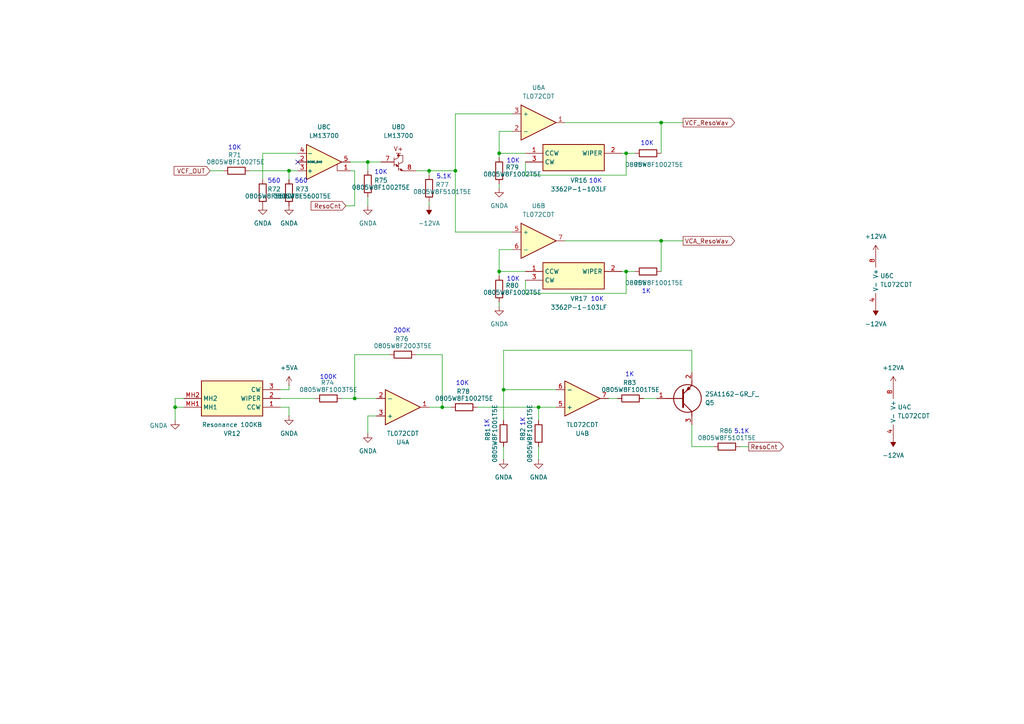
<source format=kicad_sch>
(kicad_sch (version 20250114) (generator "eeschema") (generator_version "9.0")
  (paper "A4")
  (lib_symbols
    (symbol "Amplifier_Operational:LM13700" (pin_names (offset 0.127))
      (property "Reference" "U" (at 3.81 5.08 0))
      (property "Value" "LM13700" (at 5.08 -5.08 0))
      (symbol "LM13700_1_1"
        (polyline (pts (xy 3.81 -0.635) (xy 3.81 -2.54) (xy 5.08 -2.54)))
        (polyline (pts (xy 5.08 0) (xy -5.08 -5.08) (xy -5.08 5.08) (xy 5.08 0)) (stroke (width 0.254)) (fill (type background)))
        (pin input line (at -7.62 2.54 0) (length 2.54) (name "-") (number "13"))
        (pin input line (at -7.62 0 0) (length 2.54) (name "DIODE_BIAS") (number "15"))
        (pin input line (at -7.62 -2.54 0) (length 2.54) (name "+") (number "14"))
        (pin output line (at 7.62 0 180) (length 2.54) (name "~") (number "12"))
        (pin input line (at 7.62 -2.54 180) (length 2.54) (name "~") (number "16"))
      )
      (symbol "LM13700_2_0"
        (polyline (pts (xy -1.905 2.54) (xy -3.175 2.54)))
      )
      (symbol "LM13700_2_1"
        (polyline (pts (xy -3.81 1.27) (xy -3.81 -1.27)))
        (polyline (pts (xy -3.81 0.635) (xy -2.54 1.27) (xy -2.54 1.905) (xy -2.54 2.54)))
        (polyline (pts (xy -3.81 -0.635) (xy -2.54 -1.27)))
        (circle (center -2.54 1.905) (radius 0.254) (stroke (width 0.254)) (fill (type outline)))
        (polyline (pts (xy -2.54 0) (xy -2.54 -2.54)))
        (polyline (pts (xy -2.54 -0.635) (xy -1.27 0) (xy -1.27 1.905) (xy -2.54 1.905)))
        (polyline (pts (xy -2.54 -1.27) (xy -3.175 -0.635) (xy -3.175 -1.27) (xy -2.54 -1.27)) (fill (type outline)))
        (polyline (pts (xy -2.54 -1.905) (xy -1.27 -2.54)))
        (polyline (pts (xy -1.27 -2.54) (xy -1.905 -1.905) (xy -1.905 -2.54) (xy -1.27 -2.54)) (fill (type outline)))
        (text "V+" (at -2.54 3.81 0) (effects (font (size 1.27 1.27))))
        (pin input line (at -7.62 0 0) (length 3.81) (name "~") (number "10"))
        (pin output line (at 2.54 -2.54 180) (length 3.81) (name "~") (number "9"))
      )
      (symbol "LM13700_3_1"
        (polyline (pts (xy 3.81 -0.635) (xy 3.81 -2.54) (xy 5.08 -2.54)))
        (polyline (pts (xy 5.08 0) (xy -5.08 -5.08) (xy -5.08 5.08) (xy 5.08 0)) (stroke (width 0.254)) (fill (type background)))
        (pin input line (at -7.62 2.54 0) (length 2.54) (name "-") (number "4"))
        (pin input line (at -7.62 0 0) (length 2.54) (name "DIODE_BIAS") (number "2"))
        (pin input line (at -7.62 -2.54 0) (length 2.54) (name "+") (number "3"))
        (pin output line (at 7.62 0 180) (length 2.54) (name "~") (number "5"))
        (pin input line (at 7.62 -2.54 180) (length 2.54) (name "~") (number "1"))
      )
      (symbol "LM13700_4_0"
        (polyline (pts (xy -3.175 2.54) (xy -1.905 2.54)))
        (text "V+" (at -2.54 3.81 0) (effects (font (size 1.27 1.27))))
      )
      (symbol "LM13700_4_1"
        (polyline (pts (xy -3.81 1.27) (xy -3.81 -1.27)))
        (polyline (pts (xy -3.81 0.635) (xy -2.54 1.27) (xy -2.54 2.54)))
        (polyline (pts (xy -3.81 -0.635) (xy -2.54 -1.27)))
        (circle (center -2.54 1.905) (radius 0.254) (stroke (width 0.254)) (fill (type outline)))
        (polyline (pts (xy -2.54 0) (xy -2.54 -2.54)))
        (polyline (pts (xy -2.54 -0.635) (xy -1.27 0) (xy -1.27 1.905) (xy -2.54 1.905)))
        (polyline (pts (xy -2.54 -1.27) (xy -3.175 -0.635) (xy -3.175 -1.27) (xy -2.54 -1.27)) (fill (type outline)))
        (polyline (pts (xy -2.54 -1.905) (xy -1.27 -2.54)))
        (polyline (pts (xy -1.27 -2.54) (xy -1.905 -1.905) (xy -1.905 -2.54) (xy -1.27 -2.54)) (fill (type outline)))
        (pin input line (at -7.62 0 0) (length 3.81) (name "~") (number "7"))
        (pin output line (at 2.54 -2.54 180) (length 3.81) (name "~") (number "8"))
      )
      (symbol "LM13700_5_1"
        (pin power_in line (at -2.54 7.62 270) (length 3.81) (name "V+") (number "11"))
        (pin power_in line (at -2.54 -7.62 90) (length 3.81) (name "V-") (number "6"))
      )
    )
    (symbol "Device:Opamp_Dual"
      (property "Reference" "U" (at 0 5.08 0))
      (property "Value" "Opamp_Dual" (at 0 -5.08 0))
      (symbol "Opamp_Dual_1_1"
        (polyline (pts (xy -5.08 5.08) (xy 5.08 0) (xy -5.08 -5.08) (xy -5.08 5.08)) (stroke (width 0.254)) (fill (type background)))
        (pin input line (at -7.62 2.54 0) (length 2.54) (name "+") (number "3"))
        (pin input line (at -7.62 -2.54 0) (length 2.54) (name "-") (number "2"))
        (pin output line (at 7.62 0 180) (length 2.54) (name "~") (number "1"))
      )
      (symbol "Opamp_Dual_2_1"
        (polyline (pts (xy -5.08 5.08) (xy 5.08 0) (xy -5.08 -5.08) (xy -5.08 5.08)) (stroke (width 0.254)) (fill (type background)))
        (pin input line (at -7.62 2.54 0) (length 2.54) (name "+") (number "5"))
        (pin input line (at -7.62 -2.54 0) (length 2.54) (name "-") (number "6"))
        (pin output line (at 7.62 0 180) (length 2.54) (name "~") (number "7"))
      )
      (symbol "Opamp_Dual_3_1"
        (pin power_in line (at -2.54 7.62 270) (length 3.81) (name "V+") (number "8"))
        (pin power_in line (at -2.54 -7.62 90) (length 3.81) (name "V-") (number "4"))
      )
    )
    (symbol "Device:R" (pin_numbers (hide yes)) (pin_names (offset 0))
      (property "Reference" "R" (at 2.032 0 90))
      (property "Value" "R" (at 0 0 90))
      (symbol "R_0_1"
        (rectangle (start -1.016 -2.54) (end 1.016 2.54) (stroke (width 0.254)))
      )
      (symbol "R_1_1"
        (pin passive line (at 0 3.81 270) (length 1.27) (name "~") (number "1"))
        (pin passive line (at 0 -3.81 90) (length 1.27) (name "~") (number "2"))
      )
    )
    (symbol "SamacSys_Parts:2SA1162-GR_F_" (pin_names (hide yes))
      (property "Reference" "Q" (at 13.97 1.27 0))
      (property "Value" "2SA1162-GR_F_" (at 13.97 -1.27 0))
      (symbol "2SA1162-GR_F__1_1"
        (polyline (pts (xy 2.54 0) (xy 7.62 0)) (stroke (width 0.254)))
        (polyline (pts (xy 7.62 2.54) (xy 7.62 -2.54)) (stroke (width 0.508)))
        (polyline (pts (xy 7.62 1.27) (xy 10.16 3.81)) (stroke (width 0.254)))
        (polyline (pts (xy 7.62 -1.27) (xy 10.16 -3.81)) (stroke (width 0.254)))
        (circle (center 8.89 0) (radius 4.016) (stroke (width 0.254)))
        (polyline (pts (xy 9.652 -2.794) (xy 9.144 -3.302) (xy 8.636 -2.286) (xy 9.652 -2.794)) (stroke (width 0.254)) (fill (type outline)))
        (polyline (pts (xy 10.16 3.81) (xy 10.16 5.08)) (stroke (width 0.254)))
        (polyline (pts (xy 10.16 -3.81) (xy 10.16 -5.08)) (stroke (width 0.254)))
        (pin passive line (at 0 0 0) (length 2.54) (name "B") (number "1"))
        (pin passive line (at 10.16 7.62 270) (length 2.54) (name "C") (number "3"))
        (pin passive line (at 10.16 -7.62 90) (length 2.54) (name "E") (number "2"))
      )
    )
    (symbol "SamacSys_Parts:3362P-1-103LF"
      (property "Reference" "VR" (at 24.13 7.62 0))
      (property "Value" "3362P-1-103LF" (at 24.13 5.08 0))
      (symbol "3362P-1-103LF_1_1"
        (rectangle (start 5.08 2.54) (end 22.86 -5.08) (stroke (width 0.254)) (fill (type background)))
        (pin passive line (at 0 0 0) (length 5.08) (name "CCW") (number "1"))
        (pin passive line (at 0 -2.54 0) (length 5.08) (name "CW") (number "3"))
        (pin passive line (at 27.94 0 180) (length 5.08) (name "WIPER") (number "2"))
      )
    )
    (symbol "SamacSys_Parts:RK09D117000B"
      (property "Reference" "VR" (at 24.13 7.62 0))
      (property "Value" "RK09D117000B" (at 24.13 5.08 0))
      (symbol "RK09D117000B_1_1"
        (rectangle (start 5.08 2.54) (end 22.86 -7.62) (stroke (width 0.254)) (fill (type background)))
        (pin passive line (at 0 0 0) (length 5.08) (name "CCW") (number "1"))
        (pin passive line (at 0 -2.54 0) (length 5.08) (name "WIPER") (number "2"))
        (pin passive line (at 0 -5.08 0) (length 5.08) (name "CW") (number "3"))
        (pin passive line (at 27.94 0 180) (length 5.08) (name "MH1") (number "MH1"))
        (pin passive line (at 27.94 -2.54 180) (length 5.08) (name "MH2") (number "MH2"))
      )
    )
    (symbol "power:+12VA" (power) (pin_numbers (hide yes)) (pin_names (offset 0) (hide yes))
      (property "Value" "+12VA" (at 0 3.556 0))
      (symbol "+12VA_0_1"
        (polyline (pts (xy -0.762 1.27) (xy 0 2.54)))
        (polyline (pts (xy 0 2.54) (xy 0.762 1.27)))
        (polyline (pts (xy 0 0) (xy 0 2.54)))
      )
      (symbol "+12VA_1_1"
        (pin power_in line (at 0 0 90) (length 0) (name "~") (number "1"))
      )
    )
    (symbol "power:+5VA" (power) (pin_numbers (hide yes)) (pin_names (offset 0) (hide yes))
      (property "Value" "+5VA" (at 0 3.556 0))
      (symbol "+5VA_0_1"
        (polyline (pts (xy -0.762 1.27) (xy 0 2.54)))
        (polyline (pts (xy 0 2.54) (xy 0.762 1.27)))
        (polyline (pts (xy 0 0) (xy 0 2.54)))
      )
      (symbol "+5VA_1_1"
        (pin power_in line (at 0 0 90) (length 0) (name "~") (number "1"))
      )
    )
    (symbol "power:-12VA" (power) (pin_numbers (hide yes)) (pin_names (offset 0) (hide yes))
      (property "Value" "-12VA" (at 0 3.556 0))
      (symbol "-12VA_0_0"
        (pin power_in line (at 0 0 90) (length 0) (name "~") (number "1"))
      )
      (symbol "-12VA_0_1"
        (polyline (pts (xy 0 0) (xy 0 1.27) (xy 0.762 1.27) (xy 0 2.54) (xy -0.762 1.27) (xy 0 1.27)) (fill (type outline)))
      )
    )
    (symbol "power:GNDA" (power) (pin_numbers (hide yes)) (pin_names (offset 0) (hide yes))
      (property "Value" "GNDA" (at 0 -3.81 0))
      (symbol "GNDA_0_1"
        (polyline (pts (xy 0 0) (xy 0 -1.27) (xy 1.27 -1.27) (xy 0 -2.54) (xy -1.27 -1.27) (xy 0 -1.27)))
      )
      (symbol "GNDA_1_1"
        (pin power_in line (at 0 0 270) (length 0) (name "~") (number "1"))
      )
    )
  )
  (text "1K" (at 187.452 84.582 0) (effects (font (size 1.27 1.27))))
  (text "1K" (at 182.626 108.712 0) (effects (font (size 1.27 1.27))))
  (text "10K" (at 173.228 86.868 0) (effects (font (size 1.27 1.27))))
  (text "560" (at 79.502 52.578 0) (effects (font (size 1.27 1.27))))
  (text "10K" (at 172.72 52.578 0) (effects (font (size 1.27 1.27))))
  (text "1K" (at 151.638 122.428 90) (effects (font (size 1.27 1.27))))
  (text "10K" (at 148.844 46.736 0) (effects (font (size 1.27 1.27))))
  (text "100K" (at 95.25 109.474 0) (effects (font (size 1.27 1.27))))
  (text "5.1K" (at 215.138 125.222 0) (effects (font (size 1.27 1.27))))
  (text "10K" (at 68.072 42.926 0) (effects (font (size 1.27 1.27))))
  (text "10K" (at 148.844 81.026 0) (effects (font (size 1.27 1.27))))
  (text "200K" (at 116.586 96.012 0) (effects (font (size 1.27 1.27))))
  (text "10K" (at 187.706 41.656 0) (effects (font (size 1.27 1.27))))
  (text "10K" (at 134.112 111.252 0) (effects (font (size 1.27 1.27))))
  (text "10K" (at 110.49 50.038 0) (effects (font (size 1.27 1.27))))
  (text "1K" (at 141.224 122.936 90) (effects (font (size 1.27 1.27))))
  (text "560" (at 87.376 52.578 0) (effects (font (size 1.27 1.27))))
  (text "5.1K" (at 128.778 51.308 0) (effects (font (size 1.27 1.27))))
  (junction (at 102.87 115.57))
  (junction (at 106.68 46.99))
  (junction (at 146.05 113.03))
  (junction (at 191.77 69.85))
  (junction (at 132.08 49.53))
  (junction (at 128.27 118.11))
  (junction (at 50.8 118.11))
  (junction (at 144.78 78.74))
  (junction (at 144.78 44.45))
  (junction (at 181.61 78.74))
  (junction (at 191.77 35.56))
  (junction (at 181.61 44.45))
  (junction (at 83.82 49.53))
  (junction (at 156.21 118.11))
  (junction (at 124.46 49.53))
  (no_connect (at 86.36 46.99))
  (wire (pts (xy 83.82 49.53) (xy 83.82 52.07)))
  (wire (pts (xy 191.77 35.56) (xy 198.12 35.56)))
  (wire (pts (xy 81.28 113.03) (xy 83.82 113.03)))
  (wire (pts (xy 106.68 57.15) (xy 106.68 59.69)))
  (wire (pts (xy 191.77 44.45) (xy 191.77 35.56)))
  (wire (pts (xy 144.78 78.74) (xy 144.78 80.01)))
  (wire (pts (xy 76.2 44.45) (xy 76.2 52.07)))
  (wire (pts (xy 191.77 35.56) (xy 163.83 35.56)))
  (wire (pts (xy 113.03 102.87) (xy 102.87 102.87)))
  (wire (pts (xy 83.82 118.11) (xy 83.82 120.65)))
  (wire (pts (xy 120.65 102.87) (xy 128.27 102.87)))
  (wire (pts (xy 106.68 120.65) (xy 106.68 125.73)))
  (wire (pts (xy 132.08 49.53) (xy 132.08 33.02)))
  (wire (pts (xy 124.46 50.8) (xy 124.46 49.53)))
  (wire (pts (xy 163.83 69.85) (xy 191.77 69.85)))
  (wire (pts (xy 102.87 59.69) (xy 100.33 59.69)))
  (wire (pts (xy 191.77 78.74) (xy 191.77 69.85)))
  (wire (pts (xy 152.4 46.99) (xy 152.4 50.8)))
  (wire (pts (xy 152.4 81.28) (xy 152.4 85.09)))
  (wire (pts (xy 106.68 46.99) (xy 101.6 46.99)))
  (wire (pts (xy 81.28 118.11) (xy 83.82 118.11)))
  (wire (pts (xy 161.29 113.03) (xy 146.05 113.03)))
  (wire (pts (xy 148.59 67.31) (xy 132.08 67.31)))
  (wire (pts (xy 128.27 118.11) (xy 128.27 102.87)))
  (wire (pts (xy 181.61 85.09) (xy 181.61 78.74)))
  (wire (pts (xy 102.87 115.57) (xy 109.22 115.57)))
  (wire (pts (xy 53.34 118.11) (xy 50.8 118.11)))
  (wire (pts (xy 144.78 53.34) (xy 144.78 54.61)))
  (wire (pts (xy 50.8 115.57) (xy 50.8 118.11)))
  (wire (pts (xy 50.8 118.11) (xy 50.8 121.92)))
  (wire (pts (xy 181.61 44.45) (xy 180.34 44.45)))
  (wire (pts (xy 146.05 129.54) (xy 146.05 133.35)))
  (wire (pts (xy 124.46 118.11) (xy 128.27 118.11)))
  (wire (pts (xy 176.53 115.57) (xy 179.07 115.57)))
  (wire (pts (xy 99.06 115.57) (xy 102.87 115.57)))
  (wire (pts (xy 86.36 44.45) (xy 76.2 44.45)))
  (wire (pts (xy 200.66 129.54) (xy 200.66 123.19)))
  (wire (pts (xy 106.68 46.99) (xy 106.68 49.53)))
  (wire (pts (xy 144.78 78.74) (xy 152.4 78.74)))
  (wire (pts (xy 124.46 49.53) (xy 120.65 49.53)))
  (wire (pts (xy 81.28 115.57) (xy 91.44 115.57)))
  (wire (pts (xy 200.66 107.95) (xy 200.66 101.6)))
  (wire (pts (xy 144.78 44.45) (xy 152.4 44.45)))
  (wire (pts (xy 144.78 87.63) (xy 144.78 88.9)))
  (wire (pts (xy 156.21 129.54) (xy 156.21 133.35)))
  (wire (pts (xy 152.4 85.09) (xy 181.61 85.09)))
  (wire (pts (xy 144.78 44.45) (xy 144.78 45.72)))
  (wire (pts (xy 86.36 49.53) (xy 83.82 49.53)))
  (wire (pts (xy 217.17 129.54) (xy 214.63 129.54)))
  (wire (pts (xy 186.69 115.57) (xy 190.5 115.57)))
  (wire (pts (xy 132.08 33.02) (xy 148.59 33.02)))
  (wire (pts (xy 138.43 118.11) (xy 156.21 118.11)))
  (wire (pts (xy 144.78 72.39) (xy 144.78 78.74)))
  (wire (pts (xy 181.61 78.74) (xy 184.15 78.74)))
  (wire (pts (xy 124.46 58.42) (xy 124.46 59.69)))
  (wire (pts (xy 181.61 44.45) (xy 184.15 44.45)))
  (wire (pts (xy 124.46 49.53) (xy 132.08 49.53)))
  (wire (pts (xy 128.27 118.11) (xy 130.81 118.11)))
  (wire (pts (xy 200.66 101.6) (xy 146.05 101.6)))
  (wire (pts (xy 60.96 49.53) (xy 64.77 49.53)))
  (wire (pts (xy 132.08 67.31) (xy 132.08 49.53)))
  (wire (pts (xy 102.87 102.87) (xy 102.87 115.57)))
  (wire (pts (xy 144.78 38.1) (xy 144.78 44.45)))
  (wire (pts (xy 102.87 49.53) (xy 102.87 59.69)))
  (wire (pts (xy 161.29 118.11) (xy 156.21 118.11)))
  (wire (pts (xy 146.05 101.6) (xy 146.05 113.03)))
  (wire (pts (xy 110.49 46.99) (xy 106.68 46.99)))
  (wire (pts (xy 144.78 72.39) (xy 148.59 72.39)))
  (wire (pts (xy 146.05 113.03) (xy 146.05 121.92)))
  (wire (pts (xy 156.21 118.11) (xy 156.21 121.92)))
  (wire (pts (xy 152.4 50.8) (xy 181.61 50.8)))
  (wire (pts (xy 207.01 129.54) (xy 200.66 129.54)))
  (wire (pts (xy 191.77 69.85) (xy 198.12 69.85)))
  (wire (pts (xy 181.61 78.74) (xy 180.34 78.74)))
  (wire (pts (xy 148.59 38.1) (xy 144.78 38.1)))
  (wire (pts (xy 53.34 115.57) (xy 50.8 115.57)))
  (wire (pts (xy 83.82 113.03) (xy 83.82 111.76)))
  (wire (pts (xy 181.61 50.8) (xy 181.61 44.45)))
  (wire (pts (xy 83.82 49.53) (xy 72.39 49.53)))
  (wire (pts (xy 101.6 49.53) (xy 102.87 49.53)))
  (wire (pts (xy 106.68 120.65) (xy 109.22 120.65)))
  (global_label "VCF_ResoWav" (shape output) (at 198.12 35.56 0) (property "Intersheetrefs" "${INTERSHEET_REFS}" (effects (hide yes))))
  (global_label "VCF_OUT" (shape input) (at 60.96 49.53 180) (property "Intersheetrefs" "${INTERSHEET_REFS}" (effects (hide yes))))
  (global_label "ResoCnt" (shape input) (at 100.33 59.69 180) (property "Intersheetrefs" "${INTERSHEET_REFS}" (effects (hide yes))))
  (global_label "VCA_ResoWav" (shape output) (at 198.12 69.85 0) (property "Intersheetrefs" "${INTERSHEET_REFS}" (effects (hide yes))))
  (global_label "ResoCnt" (shape output) (at 217.17 129.54 0) (property "Intersheetrefs" "${INTERSHEET_REFS}" (effects (hide yes))))
  (symbol (lib_id "power:-12VA") (at 124.46 59.69 180) (unit 1)
    (property "Reference" "#PWR0134" (effects (hide yes)))
    (property "Value" "-12VA" (at 124.46 64.77 0))
    (property "Description" "Power symbol creates a global label with name \"-12VA\"" (effects (hide yes)))
  )
  (symbol (lib_id "power:GNDA") (at 144.78 88.9 0) (mirror y) (unit 1)
    (property "Reference" "#PWR0136" (effects (hide yes)))
    (property "Value" "GNDA" (at 144.78 93.98 0))
    (property "Description" "Power symbol creates a global label with name \"GNDA\" , analog ground" (effects (hide yes)))
  )
  (symbol (lib_id "Device:R") (at 95.25 115.57 90) (unit 1)
    (property "Reference" "R74" (at 94.996 110.998 90))
    (property "Value" "0805W8F1003T5E" (at 95.25 113.03 90))
    (property "Footprint" "Resistor_SMD:R_0805_2012Metric_Pad1.20x1.40mm_HandSolder" (effects (hide yes)))
    (property "Description" "Resistor" (effects (hide yes)))
  )
  (symbol (lib_id "Device:R") (at 106.68 53.34 0) (mirror x) (unit 1)
    (property "Reference" "R75" (at 110.49 52.324 0))
    (property "Value" "0805W8F1002T5E" (at 110.49 54.356 0))
    (property "Footprint" "Resistor_SMD:R_0805_2012Metric_Pad1.20x1.40mm_HandSolder" (effects (hide yes)))
    (property "Description" "Resistor" (effects (hide yes)))
  )
  (symbol (lib_id "power:GNDA") (at 50.8 121.92 0) (unit 1)
    (property "Reference" "#PWR043" (effects (hide yes)))
    (property "Value" "GNDA" (at 45.974 123.444 0))
    (property "Description" "Power symbol creates a global label with name \"GNDA\" , analog ground" (effects (hide yes)))
  )
  (symbol (lib_id "power:GNDA") (at 83.82 120.65 0) (unit 1)
    (property "Reference" "#PWR096" (effects (hide yes)))
    (property "Value" "GNDA" (at 83.82 125.73 0))
    (property "Description" "Power symbol creates a global label with name \"GNDA\" , analog ground" (effects (hide yes)))
  )
  (symbol (lib_id "Device:R") (at 76.2 55.88 0) (mirror x) (unit 1)
    (property "Reference" "R72" (at 79.502 54.864 0))
    (property "Value" "0805W8F5600T5E" (at 79.502 56.896 0))
    (property "Footprint" "Resistor_SMD:R_0805_2012Metric_Pad1.20x1.40mm_HandSolder" (effects (hide yes)))
    (property "Description" "Resistor" (effects (hide yes)))
  )
  (symbol (lib_id "Device:R") (at 187.96 78.74 90) (mirror x) (unit 1)
    (property "Reference" "R85" (at 185.674 82.042 90))
    (property "Value" "0805W8F1001T5E" (at 189.738 82.042 90))
    (property "Footprint" "Resistor_SMD:R_0805_2012Metric_Pad1.20x1.40mm_HandSolder" (effects (hide yes)))
    (property "Description" "Resistor" (effects (hide yes)))
  )
  (symbol (lib_id "Device:Opamp_Dual") (at 261.62 119.38 0) (unit 3)
    (property "Reference" "U4" (at 260.35 118.1099 0) (effects (justify left)))
    (property "Value" "TL072CDT" (at 260.35 120.6499 0) (effects (justify left)))
    (property "Footprint" "Package_SO:SOIC-8_3.9x4.9mm_P1.27mm" (effects (hide yes)))
    (property "Description" "Dual operational amplifier" (effects (hide yes)))
    (property "Sim.Library" "${KICAD9_SYMBOL_DIR}/Simulation_SPICE.sp" (effects (hide yes)))
    (property "Sim.Name" "kicad_builtin_opamp_dual" (effects (hide yes)))
    (property "Sim.Device" "SUBCKT" (effects (hide yes)))
    (property "Sim.Pins" "1=out1 2=in1- 3=in1+ 4=vee 5=in2+ 6=in2- 7=out2 8=vcc" (effects (hide yes)))
  )
  (symbol (lib_id "Device:R") (at 144.78 49.53 0) (mirror x) (unit 1)
    (property "Reference" "R79" (at 148.59 48.514 0))
    (property "Value" "0805W8F1002T5E" (at 148.59 50.546 0))
    (property "Footprint" "Resistor_SMD:R_0805_2012Metric_Pad1.20x1.40mm_HandSolder" (effects (hide yes)))
    (property "Description" "Resistor" (effects (hide yes)))
  )
  (symbol (lib_id "power:GNDA") (at 83.82 59.69 0) (mirror y) (unit 1)
    (property "Reference" "#PWR0129" (effects (hide yes)))
    (property "Value" "GNDA" (at 83.82 64.77 0))
    (property "Description" "Power symbol creates a global label with name \"GNDA\" , analog ground" (effects (hide yes)))
  )
  (symbol (lib_id "Device:R") (at 156.21 125.73 180) (unit 1)
    (property "Reference" "R82" (at 151.638 125.984 90))
    (property "Value" "0805W8F1001T5E" (at 153.67 125.73 90))
    (property "Footprint" "Resistor_SMD:R_0805_2012Metric_Pad1.20x1.40mm_HandSolder" (effects (hide yes)))
    (property "Description" "Resistor" (effects (hide yes)))
  )
  (symbol (lib_id "Device:R") (at 182.88 115.57 90) (unit 1)
    (property "Reference" "R83" (at 182.626 110.998 90))
    (property "Value" "0805W8F1001T5E" (at 182.88 113.03 90))
    (property "Footprint" "Resistor_SMD:R_0805_2012Metric_Pad1.20x1.40mm_HandSolder" (effects (hide yes)))
    (property "Description" "Resistor" (effects (hide yes)))
  )
  (symbol (lib_id "power:GNDA") (at 76.2 59.69 0) (mirror y) (unit 1)
    (property "Reference" "#PWR0128" (effects (hide yes)))
    (property "Value" "GNDA" (at 76.2 64.77 0))
    (property "Description" "Power symbol creates a global label with name \"GNDA\" , analog ground" (effects (hide yes)))
  )
  (symbol (lib_id "power:-12VA") (at 254 88.9 180) (unit 1)
    (property "Reference" "#PWR0163" (effects (hide yes)))
    (property "Value" "-12VA" (at 254 93.98 0))
    (property "Description" "Power symbol creates a global label with name \"-12VA\"" (effects (hide yes)))
  )
  (symbol (lib_id "Device:R") (at 116.84 102.87 90) (unit 1)
    (property "Reference" "R76" (at 116.586 98.298 90))
    (property "Value" "0805W8F2003T5E" (at 116.84 100.33 90))
    (property "Footprint" "Resistor_SMD:R_0805_2012Metric_Pad1.20x1.40mm_HandSolder" (effects (hide yes)))
    (property "Description" "Resistor" (effects (hide yes)))
  )
  (symbol (lib_id "Device:R") (at 210.82 129.54 90) (unit 1)
    (property "Reference" "R86" (at 210.566 124.968 90))
    (property "Value" "0805W8F5101T5E" (at 210.82 127 90))
    (property "Footprint" "Resistor_SMD:R_0805_2012Metric_Pad1.20x1.40mm_HandSolder" (effects (hide yes)))
    (property "Description" "Resistor" (effects (hide yes)))
  )
  (symbol (lib_id "Amplifier_Operational:LM13700") (at 118.11 46.99 0) (unit 4)
    (property "Reference" "U8" (at 115.57 36.83 0))
    (property "Value" "LM13700" (at 115.57 39.37 0))
    (property "Footprint" "Package_SO:SOIC-16_3.9x9.9mm_P1.27mm" (effects (hide yes)))
    (property "Datasheet" "http://www.ti.com/lit/ds/symlink/lm13700.pdf" (effects (hide yes)))
    (property "Description" "Dual Operational Transconductance Amplifiers with Linearizing Diodes and Buffers, DIP-16/SOIC-16" (effects (hide yes)))
  )
  (symbol (lib_id "Device:R") (at 124.46 54.61 0) (mirror x) (unit 1)
    (property "Reference" "R77" (at 128.27 53.594 0))
    (property "Value" "0805W8F5101T5E" (at 128.27 55.626 0))
    (property "Footprint" "Resistor_SMD:R_0805_2012Metric_Pad1.20x1.40mm_HandSolder" (effects (hide yes)))
    (property "Description" "Resistor" (effects (hide yes)))
  )
  (symbol (lib_id "power:-12VA") (at 259.08 127 180) (unit 1)
    (property "Reference" "#PWR0165" (effects (hide yes)))
    (property "Value" "-12VA" (at 259.08 132.08 0))
    (property "Description" "Power symbol creates a global label with name \"-12VA\"" (effects (hide yes)))
  )
  (symbol (lib_id "Device:R") (at 146.05 125.73 180) (unit 1)
    (property "Reference" "R81" (at 141.478 125.984 90))
    (property "Value" "0805W8F1001T5E" (at 143.51 125.73 90))
    (property "Footprint" "Resistor_SMD:R_0805_2012Metric_Pad1.20x1.40mm_HandSolder" (effects (hide yes)))
    (property "Description" "Resistor" (effects (hide yes)))
  )
  (symbol (lib_id "Device:R") (at 83.82 55.88 0) (mirror x) (unit 1)
    (property "Reference" "R73" (at 87.63 54.864 0))
    (property "Value" "0805W8F5600T5E" (at 87.63 56.896 0))
    (property "Footprint" "Resistor_SMD:R_0805_2012Metric_Pad1.20x1.40mm_HandSolder" (effects (hide yes)))
    (property "Description" "Resistor" (effects (hide yes)))
  )
  (symbol (lib_id "power:GNDA") (at 106.68 59.69 0) (mirror y) (unit 1)
    (property "Reference" "#PWR0132" (effects (hide yes)))
    (property "Value" "GNDA" (at 106.68 64.77 0))
    (property "Description" "Power symbol creates a global label with name \"GNDA\" , analog ground" (effects (hide yes)))
  )
  (symbol (lib_id "power:GNDA") (at 106.68 125.73 0) (unit 1)
    (property "Reference" "#PWR0133" (effects (hide yes)))
    (property "Value" "GNDA" (at 106.68 130.81 0))
    (property "Description" "Power symbol creates a global label with name \"GNDA\" , analog ground" (effects (hide yes)))
  )
  (symbol (lib_id "Device:R") (at 187.96 44.45 90) (mirror x) (unit 1)
    (property "Reference" "R84" (at 185.674 47.752 90))
    (property "Value" "0805W8F1002T5E" (at 189.738 47.752 90))
    (property "Footprint" "Resistor_SMD:R_0805_2012Metric_Pad1.20x1.40mm_HandSolder" (effects (hide yes)))
    (property "Description" "Resistor" (effects (hide yes)))
  )
  (symbol (lib_id "Device:R") (at 134.62 118.11 90) (unit 1)
    (property "Reference" "R78" (at 134.366 113.538 90))
    (property "Value" "0805W8F1002T5E" (at 134.62 115.57 90))
    (property "Footprint" "Resistor_SMD:R_0805_2012Metric_Pad1.20x1.40mm_HandSolder" (effects (hide yes)))
    (property "Description" "Resistor" (effects (hide yes)))
  )
  (symbol (lib_id "Device:R") (at 68.58 49.53 270) (mirror x) (unit 1)
    (property "Reference" "R71" (at 68.072 44.958 90))
    (property "Value" "0805W8F1002T5E" (at 68.326 46.99 90))
    (property "Footprint" "Resistor_SMD:R_0805_2012Metric_Pad1.20x1.40mm_HandSolder" (effects (hide yes)))
    (property "Description" "Resistor" (effects (hide yes)))
  )
  (symbol (lib_id "Device:Opamp_Dual") (at 156.21 69.85 0) (unit 2)
    (property "Reference" "U6" (at 156.21 59.69 0))
    (property "Value" "TL072CDT" (at 156.21 62.23 0))
    (property "Footprint" "Package_SO:SOIC-8_3.9x4.9mm_P1.27mm" (effects (hide yes)))
    (property "Description" "Dual operational amplifier" (effects (hide yes)))
    (property "Sim.Library" "${KICAD9_SYMBOL_DIR}/Simulation_SPICE.sp" (effects (hide yes)))
    (property "Sim.Name" "kicad_builtin_opamp_dual" (effects (hide yes)))
    (property "Sim.Device" "SUBCKT" (effects (hide yes)))
    (property "Sim.Pins" "1=out1 2=in1- 3=in1+ 4=vee 5=in2+ 6=in2- 7=out2 8=vcc" (effects (hide yes)))
  )
  (symbol (lib_id "power:+12VA") (at 259.08 111.76 0) (unit 1)
    (property "Reference" "#PWR0164" (effects (hide yes)))
    (property "Value" "+12VA" (at 259.08 106.68 0))
    (property "Description" "Power symbol creates a global label with name \"+12VA\"" (effects (hide yes)))
  )
  (symbol (lib_id "Device:Opamp_Dual") (at 168.91 115.57 0) (mirror x) (unit 2)
    (property "Reference" "U4" (at 168.91 125.73 0))
    (property "Value" "TL072CDT" (at 168.91 123.19 0))
    (property "Footprint" "Package_SO:SOIC-8_3.9x4.9mm_P1.27mm" (effects (hide yes)))
    (property "Description" "Dual operational amplifier" (effects (hide yes)))
    (property "Sim.Library" "${KICAD9_SYMBOL_DIR}/Simulation_SPICE.sp" (effects (hide yes)))
    (property "Sim.Name" "kicad_builtin_opamp_dual" (effects (hide yes)))
    (property "Sim.Device" "SUBCKT" (effects (hide yes)))
    (property "Sim.Pins" "1=out1 2=in1- 3=in1+ 4=vee 5=in2+ 6=in2- 7=out2 8=vcc" (effects (hide yes)))
  )
  (symbol (lib_id "SamacSys_Parts:3362P-1-103LF") (at 152.4 78.74 0) (unit 1)
    (property "Reference" "VR17" (at 167.894 86.614 0))
    (property "Value" "3362P-1-103LF" (at 167.894 89.154 0))
    (property "Footprint" "SamacSys_parts:3362P_1" (effects (hide yes)))
    (property "Datasheet" "https://datasheet.datasheetarchive.com/originals/distributors/SFDatasheet-6/sf-000139931.pdf" (effects (hide yes)))
    (property "Description" "10k, Through Hole Trimmer Potentiometer 0.5W Top Adjust Bourns, 3362" (effects (hide yes)))
    (property "Manufacturer_Name" "Bourns" (effects (hide yes)))
    (property "Manufacturer_Part_Number" "3362P-1-103LF" (effects (hide yes)))
    (property "Mouser Part Number" "652-3362P-1-103LF" (effects (hide yes)))
    (property "Mouser Price/Stock" "https://www.mouser.co.uk/ProductDetail/Bourns/3362P-1-103LF?qs=tS7CBNq%252BQ07BavGNEQud%252BA%3D%3D" (effects (hide yes)))
    (property "Arrow Part Number" "3362P-1-103LF" (effects (hide yes)))
    (property "Arrow Price/Stock" "https://www.arrow.com/en/products/3362p-1-103lf/bourns?utm_currency=USD&region=nac" (effects (hide yes)))
  )
  (symbol (lib_id "power:GNDA") (at 144.78 54.61 0) (mirror y) (unit 1)
    (property "Reference" "#PWR0135" (effects (hide yes)))
    (property "Value" "GNDA" (at 144.78 59.69 0))
    (property "Description" "Power symbol creates a global label with name \"GNDA\" , analog ground" (effects (hide yes)))
  )
  (symbol (lib_id "SamacSys_Parts:2SA1162-GR_F_") (at 190.5 115.57 0) (mirror x) (unit 1)
    (property "Reference" "Q5" (at 204.47 116.8401 0) (effects (justify left)))
    (property "Value" "2SA1162-GR_F_" (at 204.47 114.3001 0) (effects (justify left)))
    (property "Footprint" "SamacSys_parts:1SS294LFT" (effects (hide yes)))
    (property "Datasheet" "https://toshiba.semicon-storage.com/ap-en/product/bipolar-transistor/bipolar-transistor/detail.2SA1162.html" (effects (hide yes)))
    (property "Description" "Transistor Toshiba 2SA1162-GR(F) PNP Bipolar Transistor, 0.15 A, 50 V, 3-Pin SC-59" (effects (hide yes)))
    (property "Height" "1.4" (effects (hide yes)))
    (property "Manufacturer_Name" "Toshiba" (effects (hide yes)))
    (property "Manufacturer_Part_Number" "2SA1162-GR(F)" (effects (hide yes)))
  )
  (symbol (lib_id "power:GNDA") (at 156.21 133.35 0) (unit 1)
    (property "Reference" "#PWR0138" (effects (hide yes)))
    (property "Value" "GNDA" (at 156.21 138.43 0))
    (property "Description" "Power symbol creates a global label with name \"GNDA\" , analog ground" (effects (hide yes)))
  )
  (symbol (lib_id "power:+5VA") (at 83.82 111.76 0) (unit 1)
    (property "Reference" "#PWR0101" (effects (hide yes)))
    (property "Value" "+5VA" (at 83.82 106.68 0))
    (property "Description" "Power symbol creates a global label with name \"+5VA\"" (effects (hide yes)))
  )
  (symbol (lib_id "Device:Opamp_Dual") (at 156.21 35.56 0) (unit 1)
    (property "Reference" "U6" (at 156.21 25.4 0))
    (property "Value" "TL072CDT" (at 156.21 27.94 0))
    (property "Footprint" "Package_SO:SOIC-8_3.9x4.9mm_P1.27mm" (effects (hide yes)))
    (property "Description" "Dual operational amplifier" (effects (hide yes)))
    (property "Sim.Library" "${KICAD9_SYMBOL_DIR}/Simulation_SPICE.sp" (effects (hide yes)))
    (property "Sim.Name" "kicad_builtin_opamp_dual" (effects (hide yes)))
    (property "Sim.Device" "SUBCKT" (effects (hide yes)))
    (property "Sim.Pins" "1=out1 2=in1- 3=in1+ 4=vee 5=in2+ 6=in2- 7=out2 8=vcc" (effects (hide yes)))
  )
  (symbol (lib_id "power:+12VA") (at 254 73.66 0) (unit 1)
    (property "Reference" "#PWR0162" (effects (hide yes)))
    (property "Value" "+12VA" (at 254 68.58 0))
    (property "Description" "Power symbol creates a global label with name \"+12VA\"" (effects (hide yes)))
  )
  (symbol (lib_id "Device:Opamp_Dual") (at 256.54 81.28 0) (unit 3)
    (property "Reference" "U6" (at 255.27 80.0099 0) (effects (justify left)))
    (property "Value" "TL072CDT" (at 255.27 82.5499 0) (effects (justify left)))
    (property "Footprint" "Package_SO:SOIC-8_3.9x4.9mm_P1.27mm" (effects (hide yes)))
    (property "Description" "Dual operational amplifier" (effects (hide yes)))
    (property "Sim.Library" "${KICAD9_SYMBOL_DIR}/Simulation_SPICE.sp" (effects (hide yes)))
    (property "Sim.Name" "kicad_builtin_opamp_dual" (effects (hide yes)))
    (property "Sim.Device" "SUBCKT" (effects (hide yes)))
    (property "Sim.Pins" "1=out1 2=in1- 3=in1+ 4=vee 5=in2+ 6=in2- 7=out2 8=vcc" (effects (hide yes)))
  )
  (symbol (lib_id "power:GNDA") (at 146.05 133.35 0) (unit 1)
    (property "Reference" "#PWR0137" (effects (hide yes)))
    (property "Value" "GNDA" (at 146.05 138.43 0))
    (property "Description" "Power symbol creates a global label with name \"GNDA\" , analog ground" (effects (hide yes)))
  )
  (symbol (lib_id "SamacSys_Parts:RK09D117000B") (at 81.28 118.11 180) (unit 1)
    (property "Reference" "VR12" (at 67.31 125.73 0))
    (property "Value" "Resonance 100KB" (at 67.31 123.19 0))
    (property "Footprint" "SamacSys_parts:RK09D117000B" (effects (hide yes)))
    (property "Datasheet" "https://tech.alpsalpine.com/prod/j/html/potentiometer/rotarypotentiometers/rk09k/rk09d117000b.html" (effects (hide yes)))
    (property "Description" "9-inch insulated shaft snap-in type RK09K/RK09D series" (effects (hide yes)))
    (property "Height" "30" (effects (hide yes)))
    (property "Manufacturer_Name" "ALPS Electric" (effects (hide yes)))
    (property "Manufacturer_Part_Number" "RK09D117000B" (effects (hide yes)))
    (property "Mouser Part Number" "688-RK09D117000B" (effects (hide yes)))
    (property "Mouser Price/Stock" "https://www.mouser.co.uk/ProductDetail/Alps-Alpine/RK09D117000B?qs=3cOf6TWd2rbc67829PEbEQ%3D%3D" (effects (hide yes)))
  )
  (symbol (lib_id "Device:Opamp_Dual") (at 116.84 118.11 0) (mirror x) (unit 1)
    (property "Reference" "U4" (at 116.84 128.27 0))
    (property "Value" "TL072CDT" (at 116.84 125.73 0))
    (property "Footprint" "Package_SO:SOIC-8_3.9x4.9mm_P1.27mm" (effects (hide yes)))
    (property "Description" "Dual operational amplifier" (effects (hide yes)))
    (property "Sim.Library" "${KICAD9_SYMBOL_DIR}/Simulation_SPICE.sp" (effects (hide yes)))
    (property "Sim.Name" "kicad_builtin_opamp_dual" (effects (hide yes)))
    (property "Sim.Device" "SUBCKT" (effects (hide yes)))
    (property "Sim.Pins" "1=out1 2=in1- 3=in1+ 4=vee 5=in2+ 6=in2- 7=out2 8=vcc" (effects (hide yes)))
  )
  (symbol (lib_id "Device:R") (at 144.78 83.82 0) (mirror x) (unit 1)
    (property "Reference" "R80" (at 148.59 82.804 0))
    (property "Value" "0805W8F1002T5E" (at 148.59 84.836 0))
    (property "Footprint" "Resistor_SMD:R_0805_2012Metric_Pad1.20x1.40mm_HandSolder" (effects (hide yes)))
    (property "Description" "Resistor" (effects (hide yes)))
  )
  (symbol (lib_id "Amplifier_Operational:LM13700") (at 93.98 46.99 0) (unit 3)
    (property "Reference" "U8" (at 93.98 36.83 0))
    (property "Value" "LM13700" (at 93.98 39.37 0))
    (property "Footprint" "Package_SO:SOIC-16_3.9x9.9mm_P1.27mm" (effects (hide yes)))
    (property "Datasheet" "http://www.ti.com/lit/ds/symlink/lm13700.pdf" (effects (hide yes)))
    (property "Description" "Dual Operational Transconductance Amplifiers with Linearizing Diodes and Buffers, DIP-16/SOIC-16" (effects (hide yes)))
  )
  (symbol (lib_id "SamacSys_Parts:3362P-1-103LF") (at 152.4 44.45 0) (unit 1)
    (property "Reference" "VR16" (at 167.894 52.324 0))
    (property "Value" "3362P-1-103LF" (at 167.894 54.864 0))
    (property "Footprint" "SamacSys_parts:3362P_1" (effects (hide yes)))
    (property "Datasheet" "https://datasheet.datasheetarchive.com/originals/distributors/SFDatasheet-6/sf-000139931.pdf" (effects (hide yes)))
    (property "Description" "10k, Through Hole Trimmer Potentiometer 0.5W Top Adjust Bourns, 3362" (effects (hide yes)))
    (property "Manufacturer_Name" "Bourns" (effects (hide yes)))
    (property "Manufacturer_Part_Number" "3362P-1-103LF" (effects (hide yes)))
    (property "Mouser Part Number" "652-3362P-1-103LF" (effects (hide yes)))
    (property "Mouser Price/Stock" "https://www.mouser.co.uk/ProductDetail/Bourns/3362P-1-103LF?qs=tS7CBNq%252BQ07BavGNEQud%252BA%3D%3D" (effects (hide yes)))
    (property "Arrow Part Number" "3362P-1-103LF" (effects (hide yes)))
    (property "Arrow Price/Stock" "https://www.arrow.com/en/products/3362p-1-103lf/bourns?utm_currency=USD&region=nac" (effects (hide yes)))
  )
)
</source>
